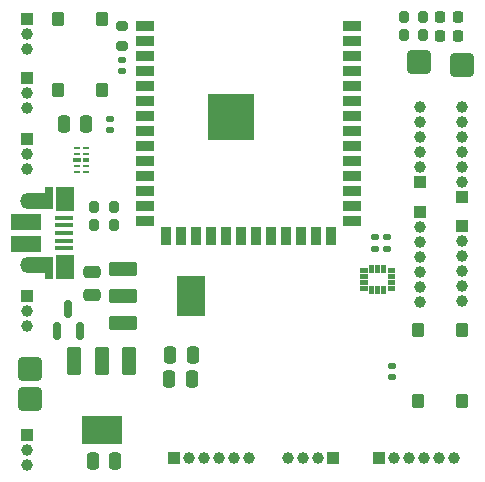
<source format=gbr>
%TF.GenerationSoftware,KiCad,Pcbnew,9.0.3*%
%TF.CreationDate,2025-08-28T21:38:12+08:00*%
%TF.ProjectId,ESP32_Board,45535033-325f-4426-9f61-72642e6b6963,rev?*%
%TF.SameCoordinates,Original*%
%TF.FileFunction,Soldermask,Top*%
%TF.FilePolarity,Negative*%
%FSLAX46Y46*%
G04 Gerber Fmt 4.6, Leading zero omitted, Abs format (unit mm)*
G04 Created by KiCad (PCBNEW 9.0.3) date 2025-08-28 21:38:12*
%MOMM*%
%LPD*%
G01*
G04 APERTURE LIST*
G04 Aperture macros list*
%AMRoundRect*
0 Rectangle with rounded corners*
0 $1 Rounding radius*
0 $2 $3 $4 $5 $6 $7 $8 $9 X,Y pos of 4 corners*
0 Add a 4 corners polygon primitive as box body*
4,1,4,$2,$3,$4,$5,$6,$7,$8,$9,$2,$3,0*
0 Add four circle primitives for the rounded corners*
1,1,$1+$1,$2,$3*
1,1,$1+$1,$4,$5*
1,1,$1+$1,$6,$7*
1,1,$1+$1,$8,$9*
0 Add four rect primitives between the rounded corners*
20,1,$1+$1,$2,$3,$4,$5,0*
20,1,$1+$1,$4,$5,$6,$7,0*
20,1,$1+$1,$6,$7,$8,$9,0*
20,1,$1+$1,$8,$9,$2,$3,0*%
G04 Aperture macros list end*
%ADD10C,0.010000*%
%ADD11RoundRect,0.102000X-0.375000X0.500000X-0.375000X-0.500000X0.375000X-0.500000X0.375000X0.500000X0*%
%ADD12RoundRect,0.102000X0.375000X-0.500000X0.375000X0.500000X-0.375000X0.500000X-0.375000X-0.500000X0*%
%ADD13RoundRect,0.140000X-0.170000X0.140000X-0.170000X-0.140000X0.170000X-0.140000X0.170000X0.140000X0*%
%ADD14RoundRect,0.140000X0.170000X-0.140000X0.170000X0.140000X-0.170000X0.140000X-0.170000X-0.140000X0*%
%ADD15R,1.000000X1.000000*%
%ADD16C,1.000000*%
%ADD17RoundRect,0.250000X-0.250000X-0.475000X0.250000X-0.475000X0.250000X0.475000X-0.250000X0.475000X0*%
%ADD18RoundRect,0.250000X0.475000X-0.250000X0.475000X0.250000X-0.475000X0.250000X-0.475000X-0.250000X0*%
%ADD19RoundRect,0.200000X0.200000X0.275000X-0.200000X0.275000X-0.200000X-0.275000X0.200000X-0.275000X0*%
%ADD20R,1.500000X0.900000*%
%ADD21R,0.900000X1.500000*%
%ADD22C,0.600000*%
%ADD23R,3.900000X3.900000*%
%ADD24RoundRect,0.300000X-0.700000X-0.700000X0.700000X-0.700000X0.700000X0.700000X-0.700000X0.700000X0*%
%ADD25R,0.625000X0.250000*%
%ADD26R,0.700000X0.450000*%
%ADD27R,0.575000X0.450000*%
%ADD28R,1.650000X0.400000*%
%ADD29R,0.700000X1.825000*%
%ADD30R,1.500000X2.000000*%
%ADD31R,2.000000X1.350000*%
%ADD32O,1.700000X1.350000*%
%ADD33O,1.500000X1.100000*%
%ADD34R,2.500000X1.430000*%
%ADD35RoundRect,0.250000X0.250000X0.475000X-0.250000X0.475000X-0.250000X-0.475000X0.250000X-0.475000X0*%
%ADD36RoundRect,0.300000X0.700000X0.700000X-0.700000X0.700000X-0.700000X-0.700000X0.700000X-0.700000X0*%
%ADD37RoundRect,0.102000X-1.075000X-0.500000X1.075000X-0.500000X1.075000X0.500000X-1.075000X0.500000X0*%
%ADD38RoundRect,0.102000X-1.075000X-1.625000X1.075000X-1.625000X1.075000X1.625000X-1.075000X1.625000X0*%
%ADD39RoundRect,0.218750X0.218750X0.256250X-0.218750X0.256250X-0.218750X-0.256250X0.218750X-0.256250X0*%
%ADD40RoundRect,0.200000X-0.275000X0.200000X-0.275000X-0.200000X0.275000X-0.200000X0.275000X0.200000X0*%
%ADD41RoundRect,0.150000X0.150000X-0.587500X0.150000X0.587500X-0.150000X0.587500X-0.150000X-0.587500X0*%
%ADD42RoundRect,0.102000X-0.500000X1.075000X-0.500000X-1.075000X0.500000X-1.075000X0.500000X1.075000X0*%
%ADD43RoundRect,0.102000X-1.625000X1.075000X-1.625000X-1.075000X1.625000X-1.075000X1.625000X1.075000X0*%
G04 APERTURE END LIST*
D10*
%TO.C,U7*%
X126262500Y-70975000D02*
X125687500Y-70975000D01*
X125687500Y-70625000D01*
X126262500Y-70625000D01*
X126262500Y-70975000D01*
G36*
X126262500Y-70975000D02*
G01*
X125687500Y-70975000D01*
X125687500Y-70625000D01*
X126262500Y-70625000D01*
X126262500Y-70975000D01*
G37*
X126262500Y-71475000D02*
X125687500Y-71475000D01*
X125687500Y-71125000D01*
X126262500Y-71125000D01*
X126262500Y-71475000D01*
G36*
X126262500Y-71475000D02*
G01*
X125687500Y-71475000D01*
X125687500Y-71125000D01*
X126262500Y-71125000D01*
X126262500Y-71475000D01*
G37*
X126262500Y-71975000D02*
X125687500Y-71975000D01*
X125687500Y-71625000D01*
X126262500Y-71625000D01*
X126262500Y-71975000D01*
G36*
X126262500Y-71975000D02*
G01*
X125687500Y-71975000D01*
X125687500Y-71625000D01*
X126262500Y-71625000D01*
X126262500Y-71975000D01*
G37*
X126262500Y-72475000D02*
X125687500Y-72475000D01*
X125687500Y-72125000D01*
X126262500Y-72125000D01*
X126262500Y-72475000D01*
G36*
X126262500Y-72475000D02*
G01*
X125687500Y-72475000D01*
X125687500Y-72125000D01*
X126262500Y-72125000D01*
X126262500Y-72475000D01*
G37*
X126812500Y-70925000D02*
X126462500Y-70925000D01*
X126462500Y-70350000D01*
X126812500Y-70350000D01*
X126812500Y-70925000D01*
G36*
X126812500Y-70925000D02*
G01*
X126462500Y-70925000D01*
X126462500Y-70350000D01*
X126812500Y-70350000D01*
X126812500Y-70925000D01*
G37*
X126812500Y-72750000D02*
X126462500Y-72750000D01*
X126462500Y-72175000D01*
X126812500Y-72175000D01*
X126812500Y-72750000D01*
G36*
X126812500Y-72750000D02*
G01*
X126462500Y-72750000D01*
X126462500Y-72175000D01*
X126812500Y-72175000D01*
X126812500Y-72750000D01*
G37*
X127312500Y-70925000D02*
X126962500Y-70925000D01*
X126962500Y-70350000D01*
X127312500Y-70350000D01*
X127312500Y-70925000D01*
G36*
X127312500Y-70925000D02*
G01*
X126962500Y-70925000D01*
X126962500Y-70350000D01*
X127312500Y-70350000D01*
X127312500Y-70925000D01*
G37*
X127312500Y-72750000D02*
X126962500Y-72750000D01*
X126962500Y-72175000D01*
X127312500Y-72175000D01*
X127312500Y-72750000D01*
G36*
X127312500Y-72750000D02*
G01*
X126962500Y-72750000D01*
X126962500Y-72175000D01*
X127312500Y-72175000D01*
X127312500Y-72750000D01*
G37*
X127812500Y-70925000D02*
X127462500Y-70925000D01*
X127462500Y-70350000D01*
X127812500Y-70350000D01*
X127812500Y-70925000D01*
G36*
X127812500Y-70925000D02*
G01*
X127462500Y-70925000D01*
X127462500Y-70350000D01*
X127812500Y-70350000D01*
X127812500Y-70925000D01*
G37*
X127812500Y-72750000D02*
X127462500Y-72750000D01*
X127462500Y-72175000D01*
X127812500Y-72175000D01*
X127812500Y-72750000D01*
G36*
X127812500Y-72750000D02*
G01*
X127462500Y-72750000D01*
X127462500Y-72175000D01*
X127812500Y-72175000D01*
X127812500Y-72750000D01*
G37*
X128587500Y-70975000D02*
X128012500Y-70975000D01*
X128012500Y-70625000D01*
X128587500Y-70625000D01*
X128587500Y-70975000D01*
G36*
X128587500Y-70975000D02*
G01*
X128012500Y-70975000D01*
X128012500Y-70625000D01*
X128587500Y-70625000D01*
X128587500Y-70975000D01*
G37*
X128587500Y-71475000D02*
X128012500Y-71475000D01*
X128012500Y-71125000D01*
X128587500Y-71125000D01*
X128587500Y-71475000D01*
G36*
X128587500Y-71475000D02*
G01*
X128012500Y-71475000D01*
X128012500Y-71125000D01*
X128587500Y-71125000D01*
X128587500Y-71475000D01*
G37*
X128587500Y-71975000D02*
X128012500Y-71975000D01*
X128012500Y-71625000D01*
X128587500Y-71625000D01*
X128587500Y-71975000D01*
G36*
X128587500Y-71975000D02*
G01*
X128012500Y-71975000D01*
X128012500Y-71625000D01*
X128587500Y-71625000D01*
X128587500Y-71975000D01*
G37*
X128587500Y-72475000D02*
X128012500Y-72475000D01*
X128012500Y-72125000D01*
X128587500Y-72125000D01*
X128587500Y-72475000D01*
G36*
X128587500Y-72475000D02*
G01*
X128012500Y-72475000D01*
X128012500Y-72125000D01*
X128587500Y-72125000D01*
X128587500Y-72475000D01*
G37*
%TD*%
D11*
%TO.C,S2*%
X134325000Y-75900000D03*
X134325000Y-81900000D03*
X130575000Y-75900000D03*
X130575000Y-81900000D03*
%TD*%
D12*
%TO.C,S1*%
X100075000Y-55512500D03*
X100075000Y-49512500D03*
X103825000Y-55512500D03*
X103825000Y-49512500D03*
%TD*%
D13*
%TO.C,C23*%
X128000000Y-68040000D03*
X128000000Y-69000000D03*
%TD*%
D14*
%TO.C,C14*%
X104500000Y-58930000D03*
X104500000Y-57970000D03*
%TD*%
D13*
%TO.C,C13*%
X128350000Y-78920000D03*
X128350000Y-79880000D03*
%TD*%
%TO.C,C12*%
X105500000Y-53020000D03*
X105500000Y-53980000D03*
%TD*%
%TO.C,C9*%
X126975000Y-68040000D03*
X126975000Y-69000000D03*
%TD*%
D15*
%TO.C,J8*%
X97500000Y-59730000D03*
D16*
X97500000Y-61000000D03*
X97500000Y-62270000D03*
%TD*%
D17*
%TO.C,C11*%
X103050000Y-87000000D03*
X104950000Y-87000000D03*
%TD*%
D18*
%TO.C,C19*%
X103000000Y-72900000D03*
X103000000Y-71000000D03*
%TD*%
D15*
%TO.C,J7*%
X97500000Y-84730000D03*
D16*
X97500000Y-86000000D03*
X97500000Y-87270000D03*
%TD*%
D19*
%TO.C,R8*%
X131025000Y-50900000D03*
X129375000Y-50900000D03*
%TD*%
D15*
%TO.C,J11*%
X97500000Y-54500000D03*
D16*
X97500000Y-55770000D03*
X97500000Y-57040000D03*
%TD*%
D15*
%TO.C,J19*%
X123400000Y-86700000D03*
D16*
X122130000Y-86700000D03*
X120860000Y-86700000D03*
X119590000Y-86700000D03*
%TD*%
D19*
%TO.C,R11*%
X104825000Y-67000000D03*
X103175000Y-67000000D03*
%TD*%
D20*
%TO.C,U1*%
X107500000Y-50150000D03*
X107500000Y-51420000D03*
X107500000Y-52690000D03*
X107500000Y-53960000D03*
X107500000Y-55230000D03*
X107500000Y-56500000D03*
X107500000Y-57770000D03*
X107500000Y-59040000D03*
X107500000Y-60310000D03*
X107500000Y-61580000D03*
X107500000Y-62850000D03*
X107500000Y-64120000D03*
X107500000Y-65390000D03*
X107500000Y-66660000D03*
D21*
X109265000Y-67910000D03*
X110535000Y-67910000D03*
X111805000Y-67910000D03*
X113075000Y-67910000D03*
X114345000Y-67910000D03*
X115615000Y-67910000D03*
X116885000Y-67910000D03*
X118155000Y-67910000D03*
X119425000Y-67910000D03*
X120695000Y-67910000D03*
X121965000Y-67910000D03*
X123235000Y-67910000D03*
D20*
X125000000Y-66660000D03*
X125000000Y-65390000D03*
X125000000Y-64120000D03*
X125000000Y-62850000D03*
X125000000Y-61580000D03*
X125000000Y-60310000D03*
X125000000Y-59040000D03*
X125000000Y-57770000D03*
X125000000Y-56500000D03*
X125000000Y-55230000D03*
X125000000Y-53960000D03*
X125000000Y-52690000D03*
X125000000Y-51420000D03*
X125000000Y-50150000D03*
D22*
X113350000Y-57170000D03*
X113350000Y-58570000D03*
X114050000Y-56470000D03*
X114050000Y-57870000D03*
X114050000Y-59270000D03*
X114750000Y-57170000D03*
D23*
X114750000Y-57870000D03*
D22*
X114750000Y-58570000D03*
X115450000Y-56470000D03*
X115450000Y-57870000D03*
X115450000Y-59270000D03*
X116150000Y-57170000D03*
X116150000Y-58570000D03*
%TD*%
D19*
%TO.C,R10*%
X104825000Y-65500000D03*
X103175000Y-65500000D03*
%TD*%
D15*
%TO.C,J14*%
X130800000Y-63380000D03*
D16*
X130800000Y-62110000D03*
X130800000Y-60840000D03*
X130800000Y-59570000D03*
X130800000Y-58300000D03*
X130800000Y-57030000D03*
%TD*%
D15*
%TO.C,J13*%
X130800000Y-65840000D03*
D16*
X130800000Y-67110000D03*
X130800000Y-68380000D03*
X130800000Y-69650000D03*
X130800000Y-70920000D03*
X130800000Y-72190000D03*
X130800000Y-73460000D03*
%TD*%
D24*
%TO.C,GND1*%
X134300000Y-53400000D03*
%TD*%
D25*
%TO.C,U5*%
X101700000Y-60500000D03*
X101700000Y-61000000D03*
D26*
X101737500Y-61500000D03*
D25*
X101700000Y-62000000D03*
X101700000Y-62500000D03*
X102475000Y-62500000D03*
X102475000Y-62000000D03*
D27*
X102500000Y-61500000D03*
D25*
X102475000Y-61000000D03*
X102475000Y-60500000D03*
%TD*%
D28*
%TO.C,J6*%
X100580000Y-66350000D03*
X100580000Y-67000000D03*
X100580000Y-67650000D03*
X100580000Y-68300000D03*
X100580000Y-68950000D03*
D29*
X99380000Y-64700000D03*
D30*
X100680000Y-64800000D03*
D31*
X98630000Y-64920000D03*
D32*
X97700000Y-64920000D03*
D33*
X100700000Y-65230000D03*
D34*
X97430000Y-66690000D03*
X97430000Y-68610000D03*
D33*
X100700000Y-70070000D03*
D32*
X97700000Y-70380000D03*
D31*
X98630000Y-70400000D03*
D30*
X100700000Y-70550000D03*
D29*
X99380000Y-70650000D03*
%TD*%
D15*
%TO.C,J10*%
X97500000Y-49500000D03*
D16*
X97500000Y-50770000D03*
X97500000Y-52040000D03*
%TD*%
D15*
%TO.C,J12*%
X134300000Y-67070000D03*
D16*
X134300000Y-68340000D03*
X134300000Y-69610000D03*
X134300000Y-70880000D03*
X134300000Y-72150000D03*
X134300000Y-73420000D03*
%TD*%
D35*
%TO.C,C17*%
X111500000Y-78000000D03*
X109600000Y-78000000D03*
%TD*%
D36*
%TO.C,J20*%
X97700000Y-79200000D03*
X97700000Y-81700000D03*
%TD*%
D15*
%TO.C,J15*%
X134300000Y-64650000D03*
D16*
X134300000Y-63380000D03*
X134300000Y-62110000D03*
X134300000Y-60840000D03*
X134300000Y-59570000D03*
X134300000Y-58300000D03*
X134300000Y-57030000D03*
%TD*%
D37*
%TO.C,ESP3V3*%
X105600000Y-70700000D03*
X105600000Y-73000000D03*
X105600000Y-75300000D03*
D38*
X111400000Y-73000000D03*
%TD*%
D17*
%TO.C,C15*%
X100600000Y-58450000D03*
X102500000Y-58450000D03*
%TD*%
D15*
%TO.C,J9*%
X97500000Y-73000000D03*
D16*
X97500000Y-74270000D03*
X97500000Y-75540000D03*
%TD*%
D39*
%TO.C,D4*%
X133987500Y-51000000D03*
X132412500Y-51000000D03*
%TD*%
D40*
%TO.C,R12*%
X105500000Y-50175000D03*
X105500000Y-51825000D03*
%TD*%
D41*
%TO.C,D6*%
X100050000Y-75937500D03*
X101950000Y-75937500D03*
X101000000Y-74062500D03*
%TD*%
D15*
%TO.C,J16*%
X127290000Y-86700000D03*
D16*
X128560000Y-86700000D03*
X129830000Y-86700000D03*
X131100000Y-86700000D03*
X132370000Y-86700000D03*
X133640000Y-86700000D03*
%TD*%
D19*
%TO.C,R9*%
X131025000Y-49400000D03*
X129375000Y-49400000D03*
%TD*%
D42*
%TO.C,U3*%
X106100000Y-78500000D03*
X103800000Y-78500000D03*
X101500000Y-78500000D03*
D43*
X103800000Y-84300000D03*
%TD*%
D17*
%TO.C,C20*%
X109550000Y-80000000D03*
X111450000Y-80000000D03*
%TD*%
D39*
%TO.C,D5*%
X133987500Y-49400000D03*
X132412500Y-49400000D03*
%TD*%
D15*
%TO.C,J17*%
X109950000Y-86700000D03*
D16*
X111220000Y-86700000D03*
X112490000Y-86700000D03*
X113760000Y-86700000D03*
X115030000Y-86700000D03*
X116300000Y-86700000D03*
%TD*%
D24*
%TO.C,TX_SBUS1*%
X130700000Y-53200000D03*
%TD*%
M02*

</source>
